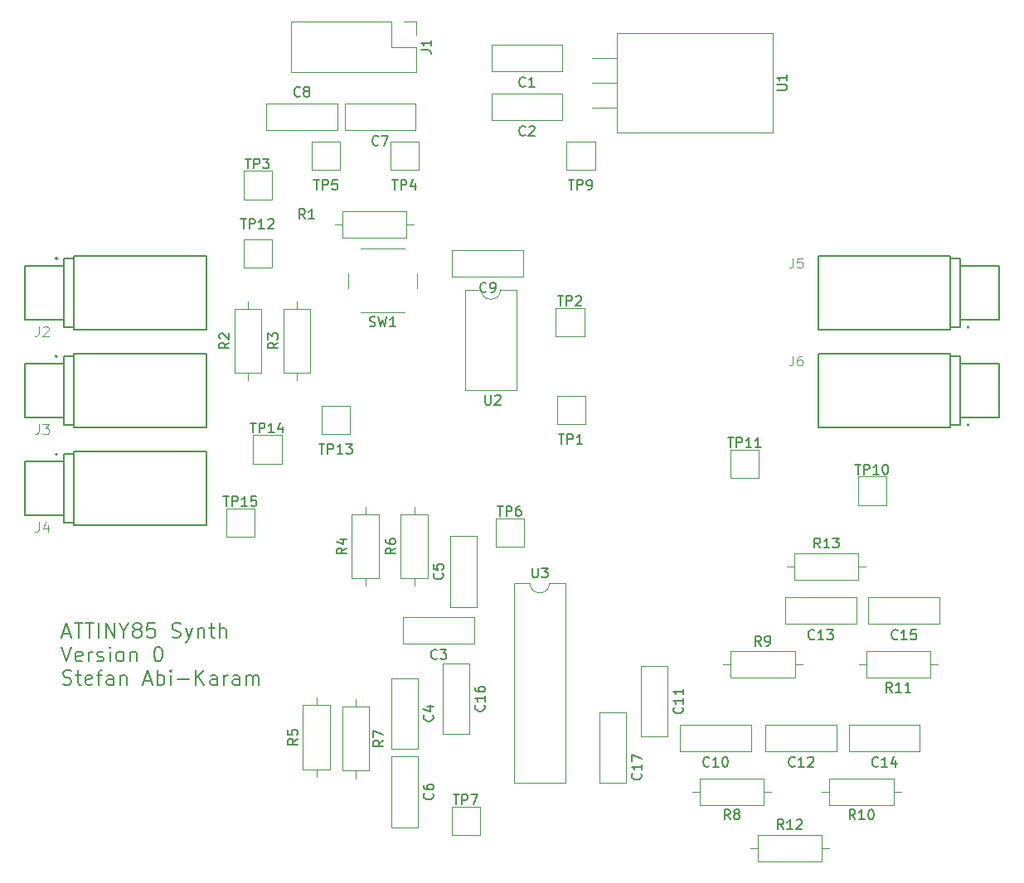
<source format=gto>
G04 #@! TF.GenerationSoftware,KiCad,Pcbnew,(5.1.9)-1*
G04 #@! TF.CreationDate,2021-05-12T03:30:49-04:00*
G04 #@! TF.ProjectId,attiny_synth,61747469-6e79-45f7-9379-6e74682e6b69,rev?*
G04 #@! TF.SameCoordinates,Original*
G04 #@! TF.FileFunction,Legend,Top*
G04 #@! TF.FilePolarity,Positive*
%FSLAX46Y46*%
G04 Gerber Fmt 4.6, Leading zero omitted, Abs format (unit mm)*
G04 Created by KiCad (PCBNEW (5.1.9)-1) date 2021-05-12 03:30:49*
%MOMM*%
%LPD*%
G01*
G04 APERTURE LIST*
%ADD10C,0.150000*%
%ADD11C,0.120000*%
%ADD12C,0.200000*%
%ADD13C,0.127000*%
%ADD14C,0.015000*%
%ADD15C,1.600000*%
%ADD16C,0.900000*%
%ADD17C,8.600000*%
%ADD18O,1.600000X1.600000*%
%ADD19R,1.600000X1.600000*%
%ADD20O,2.000000X1.905000*%
%ADD21R,2.000000X1.905000*%
%ADD22O,3.500000X3.500000*%
%ADD23R,2.500000X2.500000*%
%ADD24C,2.000000*%
%ADD25O,1.800000X3.600000*%
%ADD26O,1.700000X1.700000*%
%ADD27R,1.700000X1.700000*%
G04 APERTURE END LIST*
D10*
X89133214Y-111850000D02*
X89847500Y-111850000D01*
X88990357Y-112278571D02*
X89490357Y-110778571D01*
X89990357Y-112278571D01*
X90276071Y-110778571D02*
X91133214Y-110778571D01*
X90704642Y-112278571D02*
X90704642Y-110778571D01*
X91418928Y-110778571D02*
X92276071Y-110778571D01*
X91847500Y-112278571D02*
X91847500Y-110778571D01*
X92776071Y-112278571D02*
X92776071Y-110778571D01*
X93490357Y-112278571D02*
X93490357Y-110778571D01*
X94347500Y-112278571D01*
X94347500Y-110778571D01*
X95347500Y-111564285D02*
X95347500Y-112278571D01*
X94847500Y-110778571D02*
X95347500Y-111564285D01*
X95847500Y-110778571D01*
X96561785Y-111421428D02*
X96418928Y-111350000D01*
X96347500Y-111278571D01*
X96276071Y-111135714D01*
X96276071Y-111064285D01*
X96347500Y-110921428D01*
X96418928Y-110850000D01*
X96561785Y-110778571D01*
X96847500Y-110778571D01*
X96990357Y-110850000D01*
X97061785Y-110921428D01*
X97133214Y-111064285D01*
X97133214Y-111135714D01*
X97061785Y-111278571D01*
X96990357Y-111350000D01*
X96847500Y-111421428D01*
X96561785Y-111421428D01*
X96418928Y-111492857D01*
X96347500Y-111564285D01*
X96276071Y-111707142D01*
X96276071Y-111992857D01*
X96347500Y-112135714D01*
X96418928Y-112207142D01*
X96561785Y-112278571D01*
X96847500Y-112278571D01*
X96990357Y-112207142D01*
X97061785Y-112135714D01*
X97133214Y-111992857D01*
X97133214Y-111707142D01*
X97061785Y-111564285D01*
X96990357Y-111492857D01*
X96847500Y-111421428D01*
X98490357Y-110778571D02*
X97776071Y-110778571D01*
X97704642Y-111492857D01*
X97776071Y-111421428D01*
X97918928Y-111350000D01*
X98276071Y-111350000D01*
X98418928Y-111421428D01*
X98490357Y-111492857D01*
X98561785Y-111635714D01*
X98561785Y-111992857D01*
X98490357Y-112135714D01*
X98418928Y-112207142D01*
X98276071Y-112278571D01*
X97918928Y-112278571D01*
X97776071Y-112207142D01*
X97704642Y-112135714D01*
X100276071Y-112207142D02*
X100490357Y-112278571D01*
X100847500Y-112278571D01*
X100990357Y-112207142D01*
X101061785Y-112135714D01*
X101133214Y-111992857D01*
X101133214Y-111850000D01*
X101061785Y-111707142D01*
X100990357Y-111635714D01*
X100847500Y-111564285D01*
X100561785Y-111492857D01*
X100418928Y-111421428D01*
X100347500Y-111350000D01*
X100276071Y-111207142D01*
X100276071Y-111064285D01*
X100347500Y-110921428D01*
X100418928Y-110850000D01*
X100561785Y-110778571D01*
X100918928Y-110778571D01*
X101133214Y-110850000D01*
X101633214Y-111278571D02*
X101990357Y-112278571D01*
X102347500Y-111278571D02*
X101990357Y-112278571D01*
X101847500Y-112635714D01*
X101776071Y-112707142D01*
X101633214Y-112778571D01*
X102918928Y-111278571D02*
X102918928Y-112278571D01*
X102918928Y-111421428D02*
X102990357Y-111350000D01*
X103133214Y-111278571D01*
X103347500Y-111278571D01*
X103490357Y-111350000D01*
X103561785Y-111492857D01*
X103561785Y-112278571D01*
X104061785Y-111278571D02*
X104633214Y-111278571D01*
X104276071Y-110778571D02*
X104276071Y-112064285D01*
X104347500Y-112207142D01*
X104490357Y-112278571D01*
X104633214Y-112278571D01*
X105133214Y-112278571D02*
X105133214Y-110778571D01*
X105776071Y-112278571D02*
X105776071Y-111492857D01*
X105704642Y-111350000D01*
X105561785Y-111278571D01*
X105347500Y-111278571D01*
X105204642Y-111350000D01*
X105133214Y-111421428D01*
X88990357Y-113178571D02*
X89490357Y-114678571D01*
X89990357Y-113178571D01*
X91061785Y-114607142D02*
X90918928Y-114678571D01*
X90633214Y-114678571D01*
X90490357Y-114607142D01*
X90418928Y-114464285D01*
X90418928Y-113892857D01*
X90490357Y-113750000D01*
X90633214Y-113678571D01*
X90918928Y-113678571D01*
X91061785Y-113750000D01*
X91133214Y-113892857D01*
X91133214Y-114035714D01*
X90418928Y-114178571D01*
X91776071Y-114678571D02*
X91776071Y-113678571D01*
X91776071Y-113964285D02*
X91847500Y-113821428D01*
X91918928Y-113750000D01*
X92061785Y-113678571D01*
X92204642Y-113678571D01*
X92633214Y-114607142D02*
X92776071Y-114678571D01*
X93061785Y-114678571D01*
X93204642Y-114607142D01*
X93276071Y-114464285D01*
X93276071Y-114392857D01*
X93204642Y-114250000D01*
X93061785Y-114178571D01*
X92847500Y-114178571D01*
X92704642Y-114107142D01*
X92633214Y-113964285D01*
X92633214Y-113892857D01*
X92704642Y-113750000D01*
X92847500Y-113678571D01*
X93061785Y-113678571D01*
X93204642Y-113750000D01*
X93918928Y-114678571D02*
X93918928Y-113678571D01*
X93918928Y-113178571D02*
X93847500Y-113250000D01*
X93918928Y-113321428D01*
X93990357Y-113250000D01*
X93918928Y-113178571D01*
X93918928Y-113321428D01*
X94847500Y-114678571D02*
X94704642Y-114607142D01*
X94633214Y-114535714D01*
X94561785Y-114392857D01*
X94561785Y-113964285D01*
X94633214Y-113821428D01*
X94704642Y-113750000D01*
X94847500Y-113678571D01*
X95061785Y-113678571D01*
X95204642Y-113750000D01*
X95276071Y-113821428D01*
X95347500Y-113964285D01*
X95347500Y-114392857D01*
X95276071Y-114535714D01*
X95204642Y-114607142D01*
X95061785Y-114678571D01*
X94847500Y-114678571D01*
X95990357Y-113678571D02*
X95990357Y-114678571D01*
X95990357Y-113821428D02*
X96061785Y-113750000D01*
X96204642Y-113678571D01*
X96418928Y-113678571D01*
X96561785Y-113750000D01*
X96633214Y-113892857D01*
X96633214Y-114678571D01*
X98776071Y-113178571D02*
X98918928Y-113178571D01*
X99061785Y-113250000D01*
X99133214Y-113321428D01*
X99204642Y-113464285D01*
X99276071Y-113750000D01*
X99276071Y-114107142D01*
X99204642Y-114392857D01*
X99133214Y-114535714D01*
X99061785Y-114607142D01*
X98918928Y-114678571D01*
X98776071Y-114678571D01*
X98633214Y-114607142D01*
X98561785Y-114535714D01*
X98490357Y-114392857D01*
X98418928Y-114107142D01*
X98418928Y-113750000D01*
X98490357Y-113464285D01*
X98561785Y-113321428D01*
X98633214Y-113250000D01*
X98776071Y-113178571D01*
X89133214Y-117007142D02*
X89347500Y-117078571D01*
X89704642Y-117078571D01*
X89847500Y-117007142D01*
X89918928Y-116935714D01*
X89990357Y-116792857D01*
X89990357Y-116650000D01*
X89918928Y-116507142D01*
X89847500Y-116435714D01*
X89704642Y-116364285D01*
X89418928Y-116292857D01*
X89276071Y-116221428D01*
X89204642Y-116150000D01*
X89133214Y-116007142D01*
X89133214Y-115864285D01*
X89204642Y-115721428D01*
X89276071Y-115650000D01*
X89418928Y-115578571D01*
X89776071Y-115578571D01*
X89990357Y-115650000D01*
X90418928Y-116078571D02*
X90990357Y-116078571D01*
X90633214Y-115578571D02*
X90633214Y-116864285D01*
X90704642Y-117007142D01*
X90847500Y-117078571D01*
X90990357Y-117078571D01*
X92061785Y-117007142D02*
X91918928Y-117078571D01*
X91633214Y-117078571D01*
X91490357Y-117007142D01*
X91418928Y-116864285D01*
X91418928Y-116292857D01*
X91490357Y-116150000D01*
X91633214Y-116078571D01*
X91918928Y-116078571D01*
X92061785Y-116150000D01*
X92133214Y-116292857D01*
X92133214Y-116435714D01*
X91418928Y-116578571D01*
X92561785Y-116078571D02*
X93133214Y-116078571D01*
X92776071Y-117078571D02*
X92776071Y-115792857D01*
X92847500Y-115650000D01*
X92990357Y-115578571D01*
X93133214Y-115578571D01*
X94276071Y-117078571D02*
X94276071Y-116292857D01*
X94204642Y-116150000D01*
X94061785Y-116078571D01*
X93776071Y-116078571D01*
X93633214Y-116150000D01*
X94276071Y-117007142D02*
X94133214Y-117078571D01*
X93776071Y-117078571D01*
X93633214Y-117007142D01*
X93561785Y-116864285D01*
X93561785Y-116721428D01*
X93633214Y-116578571D01*
X93776071Y-116507142D01*
X94133214Y-116507142D01*
X94276071Y-116435714D01*
X94990357Y-116078571D02*
X94990357Y-117078571D01*
X94990357Y-116221428D02*
X95061785Y-116150000D01*
X95204642Y-116078571D01*
X95418928Y-116078571D01*
X95561785Y-116150000D01*
X95633214Y-116292857D01*
X95633214Y-117078571D01*
X97418928Y-116650000D02*
X98133214Y-116650000D01*
X97276071Y-117078571D02*
X97776071Y-115578571D01*
X98276071Y-117078571D01*
X98776071Y-117078571D02*
X98776071Y-115578571D01*
X98776071Y-116150000D02*
X98918928Y-116078571D01*
X99204642Y-116078571D01*
X99347500Y-116150000D01*
X99418928Y-116221428D01*
X99490357Y-116364285D01*
X99490357Y-116792857D01*
X99418928Y-116935714D01*
X99347500Y-117007142D01*
X99204642Y-117078571D01*
X98918928Y-117078571D01*
X98776071Y-117007142D01*
X100133214Y-117078571D02*
X100133214Y-116078571D01*
X100133214Y-115578571D02*
X100061785Y-115650000D01*
X100133214Y-115721428D01*
X100204642Y-115650000D01*
X100133214Y-115578571D01*
X100133214Y-115721428D01*
X100847500Y-116507142D02*
X101990357Y-116507142D01*
X102704642Y-117078571D02*
X102704642Y-115578571D01*
X103561785Y-117078571D02*
X102918928Y-116221428D01*
X103561785Y-115578571D02*
X102704642Y-116435714D01*
X104847500Y-117078571D02*
X104847500Y-116292857D01*
X104776071Y-116150000D01*
X104633214Y-116078571D01*
X104347500Y-116078571D01*
X104204642Y-116150000D01*
X104847500Y-117007142D02*
X104704642Y-117078571D01*
X104347500Y-117078571D01*
X104204642Y-117007142D01*
X104133214Y-116864285D01*
X104133214Y-116721428D01*
X104204642Y-116578571D01*
X104347500Y-116507142D01*
X104704642Y-116507142D01*
X104847500Y-116435714D01*
X105561785Y-117078571D02*
X105561785Y-116078571D01*
X105561785Y-116364285D02*
X105633214Y-116221428D01*
X105704642Y-116150000D01*
X105847500Y-116078571D01*
X105990357Y-116078571D01*
X107133214Y-117078571D02*
X107133214Y-116292857D01*
X107061785Y-116150000D01*
X106918928Y-116078571D01*
X106633214Y-116078571D01*
X106490357Y-116150000D01*
X107133214Y-117007142D02*
X106990357Y-117078571D01*
X106633214Y-117078571D01*
X106490357Y-117007142D01*
X106418928Y-116864285D01*
X106418928Y-116721428D01*
X106490357Y-116578571D01*
X106633214Y-116507142D01*
X106990357Y-116507142D01*
X107133214Y-116435714D01*
X107847500Y-117078571D02*
X107847500Y-116078571D01*
X107847500Y-116221428D02*
X107918928Y-116150000D01*
X108061785Y-116078571D01*
X108276071Y-116078571D01*
X108418928Y-116150000D01*
X108490357Y-116292857D01*
X108490357Y-117078571D01*
X108490357Y-116292857D02*
X108561785Y-116150000D01*
X108704642Y-116078571D01*
X108918928Y-116078571D01*
X109061785Y-116150000D01*
X109133214Y-116292857D01*
X109133214Y-117078571D01*
D11*
X143880000Y-127120000D02*
X143880000Y-119880000D01*
X146620000Y-127120000D02*
X146620000Y-119880000D01*
X143880000Y-127120000D02*
X146620000Y-127120000D01*
X143880000Y-119880000D02*
X146620000Y-119880000D01*
X130620000Y-114880000D02*
X130620000Y-122120000D01*
X127880000Y-114880000D02*
X127880000Y-122120000D01*
X130620000Y-114880000D02*
X127880000Y-114880000D01*
X130620000Y-122120000D02*
X127880000Y-122120000D01*
X178620000Y-110870000D02*
X171380000Y-110870000D01*
X178620000Y-108130000D02*
X171380000Y-108130000D01*
X178620000Y-110870000D02*
X178620000Y-108130000D01*
X171380000Y-110870000D02*
X171380000Y-108130000D01*
X176620000Y-123870000D02*
X169380000Y-123870000D01*
X176620000Y-121130000D02*
X169380000Y-121130000D01*
X176620000Y-123870000D02*
X176620000Y-121130000D01*
X169380000Y-123870000D02*
X169380000Y-121130000D01*
X170120000Y-110870000D02*
X162880000Y-110870000D01*
X170120000Y-108130000D02*
X162880000Y-108130000D01*
X170120000Y-110870000D02*
X170120000Y-108130000D01*
X162880000Y-110870000D02*
X162880000Y-108130000D01*
X168120000Y-123870000D02*
X160880000Y-123870000D01*
X168120000Y-121130000D02*
X160880000Y-121130000D01*
X168120000Y-123870000D02*
X168120000Y-121130000D01*
X160880000Y-123870000D02*
X160880000Y-121130000D01*
X150870000Y-115130000D02*
X150870000Y-122370000D01*
X148130000Y-115130000D02*
X148130000Y-122370000D01*
X150870000Y-115130000D02*
X148130000Y-115130000D01*
X150870000Y-122370000D02*
X148130000Y-122370000D01*
X159370000Y-123870000D02*
X152130000Y-123870000D01*
X159370000Y-121130000D02*
X152130000Y-121130000D01*
X159370000Y-123870000D02*
X159370000Y-121130000D01*
X152130000Y-123870000D02*
X152130000Y-121130000D01*
X136120000Y-75370000D02*
X128880000Y-75370000D01*
X136120000Y-72630000D02*
X128880000Y-72630000D01*
X136120000Y-75370000D02*
X136120000Y-72630000D01*
X128880000Y-75370000D02*
X128880000Y-72630000D01*
X109880000Y-57630000D02*
X117120000Y-57630000D01*
X109880000Y-60370000D02*
X117120000Y-60370000D01*
X109880000Y-57630000D02*
X109880000Y-60370000D01*
X117120000Y-57630000D02*
X117120000Y-60370000D01*
X125120000Y-60370000D02*
X117880000Y-60370000D01*
X125120000Y-57630000D02*
X117880000Y-57630000D01*
X125120000Y-60370000D02*
X125120000Y-57630000D01*
X117880000Y-60370000D02*
X117880000Y-57630000D01*
X125370000Y-124380000D02*
X125370000Y-131620000D01*
X122630000Y-124380000D02*
X122630000Y-131620000D01*
X125370000Y-124380000D02*
X122630000Y-124380000D01*
X125370000Y-131620000D02*
X122630000Y-131620000D01*
X128630000Y-109120000D02*
X128630000Y-101880000D01*
X131370000Y-109120000D02*
X131370000Y-101880000D01*
X128630000Y-109120000D02*
X131370000Y-109120000D01*
X128630000Y-101880000D02*
X131370000Y-101880000D01*
X125370000Y-116380000D02*
X125370000Y-123620000D01*
X122630000Y-116380000D02*
X122630000Y-123620000D01*
X125370000Y-116380000D02*
X122630000Y-116380000D01*
X125370000Y-123620000D02*
X122630000Y-123620000D01*
X131120000Y-112870000D02*
X123880000Y-112870000D01*
X131120000Y-110130000D02*
X123880000Y-110130000D01*
X131120000Y-112870000D02*
X131120000Y-110130000D01*
X123880000Y-112870000D02*
X123880000Y-110130000D01*
X140120000Y-59370000D02*
X132880000Y-59370000D01*
X140120000Y-56630000D02*
X132880000Y-56630000D01*
X140120000Y-59370000D02*
X140120000Y-56630000D01*
X132880000Y-59370000D02*
X132880000Y-56630000D01*
X140120000Y-54370000D02*
X132880000Y-54370000D01*
X140120000Y-51630000D02*
X132880000Y-51630000D01*
X140120000Y-54370000D02*
X140120000Y-51630000D01*
X132880000Y-54370000D02*
X132880000Y-51630000D01*
X138810000Y-106670000D02*
G75*
G02*
X136810000Y-106670000I-1000000J0D01*
G01*
X136810000Y-106670000D02*
X135160000Y-106670000D01*
X135160000Y-106670000D02*
X135160000Y-127110000D01*
X135160000Y-127110000D02*
X140460000Y-127110000D01*
X140460000Y-127110000D02*
X140460000Y-106670000D01*
X140460000Y-106670000D02*
X138810000Y-106670000D01*
X133810000Y-76670000D02*
G75*
G02*
X131810000Y-76670000I-1000000J0D01*
G01*
X131810000Y-76670000D02*
X130160000Y-76670000D01*
X130160000Y-76670000D02*
X130160000Y-86950000D01*
X130160000Y-86950000D02*
X135460000Y-86950000D01*
X135460000Y-86950000D02*
X135460000Y-76670000D01*
X135460000Y-76670000D02*
X133810000Y-76670000D01*
X145690000Y-50420000D02*
X145690000Y-60660000D01*
X161580000Y-50420000D02*
X161580000Y-60660000D01*
X161580000Y-50420000D02*
X145690000Y-50420000D01*
X161580000Y-60660000D02*
X145690000Y-60660000D01*
X145690000Y-53000000D02*
X143150000Y-53000000D01*
X145690000Y-55540000D02*
X143150000Y-55540000D01*
X145690000Y-58080000D02*
X143150000Y-58080000D01*
X105800000Y-99050000D02*
X108700000Y-99050000D01*
X108700000Y-99050000D02*
X108700000Y-101950000D01*
X108700000Y-101950000D02*
X105800000Y-101950000D01*
X105800000Y-101950000D02*
X105800000Y-99050000D01*
X108550000Y-91550000D02*
X111450000Y-91550000D01*
X111450000Y-91550000D02*
X111450000Y-94450000D01*
X111450000Y-94450000D02*
X108550000Y-94450000D01*
X108550000Y-94450000D02*
X108550000Y-91550000D01*
X115550000Y-88550000D02*
X118450000Y-88550000D01*
X118450000Y-88550000D02*
X118450000Y-91450000D01*
X118450000Y-91450000D02*
X115550000Y-91450000D01*
X115550000Y-91450000D02*
X115550000Y-88550000D01*
X107550000Y-71550000D02*
X110450000Y-71550000D01*
X110450000Y-71550000D02*
X110450000Y-74450000D01*
X110450000Y-74450000D02*
X107550000Y-74450000D01*
X107550000Y-74450000D02*
X107550000Y-71550000D01*
X157300000Y-93050000D02*
X160200000Y-93050000D01*
X160200000Y-93050000D02*
X160200000Y-95950000D01*
X160200000Y-95950000D02*
X157300000Y-95950000D01*
X157300000Y-95950000D02*
X157300000Y-93050000D01*
X170300000Y-95800000D02*
X173200000Y-95800000D01*
X173200000Y-95800000D02*
X173200000Y-98700000D01*
X173200000Y-98700000D02*
X170300000Y-98700000D01*
X170300000Y-98700000D02*
X170300000Y-95800000D01*
X140550000Y-61550000D02*
X143450000Y-61550000D01*
X143450000Y-61550000D02*
X143450000Y-64450000D01*
X143450000Y-64450000D02*
X140550000Y-64450000D01*
X140550000Y-64450000D02*
X140550000Y-61550000D01*
X128800000Y-129550000D02*
X131700000Y-129550000D01*
X131700000Y-129550000D02*
X131700000Y-132450000D01*
X131700000Y-132450000D02*
X128800000Y-132450000D01*
X128800000Y-132450000D02*
X128800000Y-129550000D01*
X133300000Y-100050000D02*
X136200000Y-100050000D01*
X136200000Y-100050000D02*
X136200000Y-102950000D01*
X136200000Y-102950000D02*
X133300000Y-102950000D01*
X133300000Y-102950000D02*
X133300000Y-100050000D01*
X114550000Y-61550000D02*
X117450000Y-61550000D01*
X117450000Y-61550000D02*
X117450000Y-64450000D01*
X117450000Y-64450000D02*
X114550000Y-64450000D01*
X114550000Y-64450000D02*
X114550000Y-61550000D01*
X122550000Y-61550000D02*
X125450000Y-61550000D01*
X125450000Y-61550000D02*
X125450000Y-64450000D01*
X125450000Y-64450000D02*
X122550000Y-64450000D01*
X122550000Y-64450000D02*
X122550000Y-61550000D01*
X107550000Y-64550000D02*
X110450000Y-64550000D01*
X110450000Y-64550000D02*
X110450000Y-67450000D01*
X110450000Y-67450000D02*
X107550000Y-67450000D01*
X107550000Y-67450000D02*
X107550000Y-64550000D01*
X139450000Y-78550000D02*
X142350000Y-78550000D01*
X142350000Y-78550000D02*
X142350000Y-81450000D01*
X142350000Y-81450000D02*
X139450000Y-81450000D01*
X139450000Y-81450000D02*
X139450000Y-78550000D01*
X139550000Y-87550000D02*
X142450000Y-87550000D01*
X142450000Y-87550000D02*
X142450000Y-90450000D01*
X142450000Y-90450000D02*
X139550000Y-90450000D01*
X139550000Y-90450000D02*
X139550000Y-87550000D01*
X124000000Y-72500000D02*
X119500000Y-72500000D01*
X125250000Y-76500000D02*
X125250000Y-75000000D01*
X119500000Y-79000000D02*
X124000000Y-79000000D01*
X118250000Y-75000000D02*
X118250000Y-76500000D01*
X163810000Y-103630000D02*
X163810000Y-106370000D01*
X163810000Y-106370000D02*
X170350000Y-106370000D01*
X170350000Y-106370000D02*
X170350000Y-103630000D01*
X170350000Y-103630000D02*
X163810000Y-103630000D01*
X163040000Y-105000000D02*
X163810000Y-105000000D01*
X171120000Y-105000000D02*
X170350000Y-105000000D01*
X160060000Y-132380000D02*
X160060000Y-135120000D01*
X160060000Y-135120000D02*
X166600000Y-135120000D01*
X166600000Y-135120000D02*
X166600000Y-132380000D01*
X166600000Y-132380000D02*
X160060000Y-132380000D01*
X159290000Y-133750000D02*
X160060000Y-133750000D01*
X167370000Y-133750000D02*
X166600000Y-133750000D01*
X177690000Y-116370000D02*
X177690000Y-113630000D01*
X177690000Y-113630000D02*
X171150000Y-113630000D01*
X171150000Y-113630000D02*
X171150000Y-116370000D01*
X171150000Y-116370000D02*
X177690000Y-116370000D01*
X178460000Y-115000000D02*
X177690000Y-115000000D01*
X170380000Y-115000000D02*
X171150000Y-115000000D01*
X173940000Y-129370000D02*
X173940000Y-126630000D01*
X173940000Y-126630000D02*
X167400000Y-126630000D01*
X167400000Y-126630000D02*
X167400000Y-129370000D01*
X167400000Y-129370000D02*
X173940000Y-129370000D01*
X174710000Y-128000000D02*
X173940000Y-128000000D01*
X166630000Y-128000000D02*
X167400000Y-128000000D01*
X157310000Y-113630000D02*
X157310000Y-116370000D01*
X157310000Y-116370000D02*
X163850000Y-116370000D01*
X163850000Y-116370000D02*
X163850000Y-113630000D01*
X163850000Y-113630000D02*
X157310000Y-113630000D01*
X156540000Y-115000000D02*
X157310000Y-115000000D01*
X164620000Y-115000000D02*
X163850000Y-115000000D01*
X160690000Y-129370000D02*
X160690000Y-126630000D01*
X160690000Y-126630000D02*
X154150000Y-126630000D01*
X154150000Y-126630000D02*
X154150000Y-129370000D01*
X154150000Y-129370000D02*
X160690000Y-129370000D01*
X161460000Y-128000000D02*
X160690000Y-128000000D01*
X153380000Y-128000000D02*
X154150000Y-128000000D01*
X120370000Y-119310000D02*
X117630000Y-119310000D01*
X117630000Y-119310000D02*
X117630000Y-125850000D01*
X117630000Y-125850000D02*
X120370000Y-125850000D01*
X120370000Y-125850000D02*
X120370000Y-119310000D01*
X119000000Y-118540000D02*
X119000000Y-119310000D01*
X119000000Y-126620000D02*
X119000000Y-125850000D01*
X123630000Y-106190000D02*
X126370000Y-106190000D01*
X126370000Y-106190000D02*
X126370000Y-99650000D01*
X126370000Y-99650000D02*
X123630000Y-99650000D01*
X123630000Y-99650000D02*
X123630000Y-106190000D01*
X125000000Y-106960000D02*
X125000000Y-106190000D01*
X125000000Y-98880000D02*
X125000000Y-99650000D01*
X113630000Y-125690000D02*
X116370000Y-125690000D01*
X116370000Y-125690000D02*
X116370000Y-119150000D01*
X116370000Y-119150000D02*
X113630000Y-119150000D01*
X113630000Y-119150000D02*
X113630000Y-125690000D01*
X115000000Y-126460000D02*
X115000000Y-125690000D01*
X115000000Y-118380000D02*
X115000000Y-119150000D01*
X118630000Y-106190000D02*
X121370000Y-106190000D01*
X121370000Y-106190000D02*
X121370000Y-99650000D01*
X121370000Y-99650000D02*
X118630000Y-99650000D01*
X118630000Y-99650000D02*
X118630000Y-106190000D01*
X120000000Y-106960000D02*
X120000000Y-106190000D01*
X120000000Y-98880000D02*
X120000000Y-99650000D01*
X111630000Y-85190000D02*
X114370000Y-85190000D01*
X114370000Y-85190000D02*
X114370000Y-78650000D01*
X114370000Y-78650000D02*
X111630000Y-78650000D01*
X111630000Y-78650000D02*
X111630000Y-85190000D01*
X113000000Y-85960000D02*
X113000000Y-85190000D01*
X113000000Y-77880000D02*
X113000000Y-78650000D01*
X106630000Y-85190000D02*
X109370000Y-85190000D01*
X109370000Y-85190000D02*
X109370000Y-78650000D01*
X109370000Y-78650000D02*
X106630000Y-78650000D01*
X106630000Y-78650000D02*
X106630000Y-85190000D01*
X108000000Y-85960000D02*
X108000000Y-85190000D01*
X108000000Y-77880000D02*
X108000000Y-78650000D01*
X124190000Y-71370000D02*
X124190000Y-68630000D01*
X124190000Y-68630000D02*
X117650000Y-68630000D01*
X117650000Y-68630000D02*
X117650000Y-71370000D01*
X117650000Y-71370000D02*
X124190000Y-71370000D01*
X124960000Y-70000000D02*
X124190000Y-70000000D01*
X116880000Y-70000000D02*
X117650000Y-70000000D01*
D12*
X181650000Y-90500000D02*
G75*
G03*
X181650000Y-90500000I-100000J0D01*
G01*
D13*
X184750000Y-84250000D02*
X180750000Y-84250000D01*
X184750000Y-89750000D02*
X184750000Y-84250000D01*
X180750000Y-89750000D02*
X184750000Y-89750000D01*
X180750000Y-83500000D02*
X179750000Y-83500000D01*
X180750000Y-84250000D02*
X180750000Y-83500000D01*
X180750000Y-89750000D02*
X180750000Y-84250000D01*
X180750000Y-90500000D02*
X180750000Y-89750000D01*
X179750000Y-90500000D02*
X180750000Y-90500000D01*
X179750000Y-90500000D02*
X179750000Y-90750000D01*
X179750000Y-83500000D02*
X179750000Y-90500000D01*
X179750000Y-83250000D02*
X179750000Y-83500000D01*
X166250000Y-83250000D02*
X179750000Y-83250000D01*
X166250000Y-90750000D02*
X166250000Y-83250000D01*
X179750000Y-90750000D02*
X166250000Y-90750000D01*
D12*
X181650000Y-80500000D02*
G75*
G03*
X181650000Y-80500000I-100000J0D01*
G01*
D13*
X184750000Y-74250000D02*
X180750000Y-74250000D01*
X184750000Y-79750000D02*
X184750000Y-74250000D01*
X180750000Y-79750000D02*
X184750000Y-79750000D01*
X180750000Y-73500000D02*
X179750000Y-73500000D01*
X180750000Y-74250000D02*
X180750000Y-73500000D01*
X180750000Y-79750000D02*
X180750000Y-74250000D01*
X180750000Y-80500000D02*
X180750000Y-79750000D01*
X179750000Y-80500000D02*
X180750000Y-80500000D01*
X179750000Y-80500000D02*
X179750000Y-80750000D01*
X179750000Y-73500000D02*
X179750000Y-80500000D01*
X179750000Y-73250000D02*
X179750000Y-73500000D01*
X166250000Y-73250000D02*
X179750000Y-73250000D01*
X166250000Y-80750000D02*
X166250000Y-73250000D01*
X179750000Y-80750000D02*
X166250000Y-80750000D01*
D12*
X88550000Y-93500000D02*
G75*
G03*
X88550000Y-93500000I-100000J0D01*
G01*
D13*
X85250000Y-99750000D02*
X89250000Y-99750000D01*
X85250000Y-94250000D02*
X85250000Y-99750000D01*
X89250000Y-94250000D02*
X85250000Y-94250000D01*
X89250000Y-100500000D02*
X90250000Y-100500000D01*
X89250000Y-99750000D02*
X89250000Y-100500000D01*
X89250000Y-94250000D02*
X89250000Y-99750000D01*
X89250000Y-93500000D02*
X89250000Y-94250000D01*
X90250000Y-93500000D02*
X89250000Y-93500000D01*
X90250000Y-93500000D02*
X90250000Y-93250000D01*
X90250000Y-100500000D02*
X90250000Y-93500000D01*
X90250000Y-100750000D02*
X90250000Y-100500000D01*
X103750000Y-100750000D02*
X90250000Y-100750000D01*
X103750000Y-93250000D02*
X103750000Y-100750000D01*
X90250000Y-93250000D02*
X103750000Y-93250000D01*
D12*
X88550000Y-83500000D02*
G75*
G03*
X88550000Y-83500000I-100000J0D01*
G01*
D13*
X85250000Y-89750000D02*
X89250000Y-89750000D01*
X85250000Y-84250000D02*
X85250000Y-89750000D01*
X89250000Y-84250000D02*
X85250000Y-84250000D01*
X89250000Y-90500000D02*
X90250000Y-90500000D01*
X89250000Y-89750000D02*
X89250000Y-90500000D01*
X89250000Y-84250000D02*
X89250000Y-89750000D01*
X89250000Y-83500000D02*
X89250000Y-84250000D01*
X90250000Y-83500000D02*
X89250000Y-83500000D01*
X90250000Y-83500000D02*
X90250000Y-83250000D01*
X90250000Y-90500000D02*
X90250000Y-83500000D01*
X90250000Y-90750000D02*
X90250000Y-90500000D01*
X103750000Y-90750000D02*
X90250000Y-90750000D01*
X103750000Y-83250000D02*
X103750000Y-90750000D01*
X90250000Y-83250000D02*
X103750000Y-83250000D01*
D12*
X88550000Y-73500000D02*
G75*
G03*
X88550000Y-73500000I-100000J0D01*
G01*
D13*
X85250000Y-79750000D02*
X89250000Y-79750000D01*
X85250000Y-74250000D02*
X85250000Y-79750000D01*
X89250000Y-74250000D02*
X85250000Y-74250000D01*
X89250000Y-80500000D02*
X90250000Y-80500000D01*
X89250000Y-79750000D02*
X89250000Y-80500000D01*
X89250000Y-74250000D02*
X89250000Y-79750000D01*
X89250000Y-73500000D02*
X89250000Y-74250000D01*
X90250000Y-73500000D02*
X89250000Y-73500000D01*
X90250000Y-73500000D02*
X90250000Y-73250000D01*
X90250000Y-80500000D02*
X90250000Y-73500000D01*
X90250000Y-80750000D02*
X90250000Y-80500000D01*
X103750000Y-80750000D02*
X90250000Y-80750000D01*
X103750000Y-73250000D02*
X103750000Y-80750000D01*
X90250000Y-73250000D02*
X103750000Y-73250000D01*
D11*
X112420000Y-49260000D02*
X112420000Y-54460000D01*
X122640000Y-49260000D02*
X112420000Y-49260000D01*
X125240000Y-54460000D02*
X112420000Y-54460000D01*
X122640000Y-49260000D02*
X122640000Y-51860000D01*
X122640000Y-51860000D02*
X125240000Y-51860000D01*
X125240000Y-51860000D02*
X125240000Y-54460000D01*
X123910000Y-49260000D02*
X125240000Y-49260000D01*
X125240000Y-49260000D02*
X125240000Y-50590000D01*
D10*
X148107142Y-126142857D02*
X148154761Y-126190476D01*
X148202380Y-126333333D01*
X148202380Y-126428571D01*
X148154761Y-126571428D01*
X148059523Y-126666666D01*
X147964285Y-126714285D01*
X147773809Y-126761904D01*
X147630952Y-126761904D01*
X147440476Y-126714285D01*
X147345238Y-126666666D01*
X147250000Y-126571428D01*
X147202380Y-126428571D01*
X147202380Y-126333333D01*
X147250000Y-126190476D01*
X147297619Y-126142857D01*
X148202380Y-125190476D02*
X148202380Y-125761904D01*
X148202380Y-125476190D02*
X147202380Y-125476190D01*
X147345238Y-125571428D01*
X147440476Y-125666666D01*
X147488095Y-125761904D01*
X147202380Y-124857142D02*
X147202380Y-124190476D01*
X148202380Y-124619047D01*
X132107142Y-119142857D02*
X132154761Y-119190476D01*
X132202380Y-119333333D01*
X132202380Y-119428571D01*
X132154761Y-119571428D01*
X132059523Y-119666666D01*
X131964285Y-119714285D01*
X131773809Y-119761904D01*
X131630952Y-119761904D01*
X131440476Y-119714285D01*
X131345238Y-119666666D01*
X131250000Y-119571428D01*
X131202380Y-119428571D01*
X131202380Y-119333333D01*
X131250000Y-119190476D01*
X131297619Y-119142857D01*
X132202380Y-118190476D02*
X132202380Y-118761904D01*
X132202380Y-118476190D02*
X131202380Y-118476190D01*
X131345238Y-118571428D01*
X131440476Y-118666666D01*
X131488095Y-118761904D01*
X131202380Y-117333333D02*
X131202380Y-117523809D01*
X131250000Y-117619047D01*
X131297619Y-117666666D01*
X131440476Y-117761904D01*
X131630952Y-117809523D01*
X132011904Y-117809523D01*
X132107142Y-117761904D01*
X132154761Y-117714285D01*
X132202380Y-117619047D01*
X132202380Y-117428571D01*
X132154761Y-117333333D01*
X132107142Y-117285714D01*
X132011904Y-117238095D01*
X131773809Y-117238095D01*
X131678571Y-117285714D01*
X131630952Y-117333333D01*
X131583333Y-117428571D01*
X131583333Y-117619047D01*
X131630952Y-117714285D01*
X131678571Y-117761904D01*
X131773809Y-117809523D01*
X174357142Y-112357142D02*
X174309523Y-112404761D01*
X174166666Y-112452380D01*
X174071428Y-112452380D01*
X173928571Y-112404761D01*
X173833333Y-112309523D01*
X173785714Y-112214285D01*
X173738095Y-112023809D01*
X173738095Y-111880952D01*
X173785714Y-111690476D01*
X173833333Y-111595238D01*
X173928571Y-111500000D01*
X174071428Y-111452380D01*
X174166666Y-111452380D01*
X174309523Y-111500000D01*
X174357142Y-111547619D01*
X175309523Y-112452380D02*
X174738095Y-112452380D01*
X175023809Y-112452380D02*
X175023809Y-111452380D01*
X174928571Y-111595238D01*
X174833333Y-111690476D01*
X174738095Y-111738095D01*
X176214285Y-111452380D02*
X175738095Y-111452380D01*
X175690476Y-111928571D01*
X175738095Y-111880952D01*
X175833333Y-111833333D01*
X176071428Y-111833333D01*
X176166666Y-111880952D01*
X176214285Y-111928571D01*
X176261904Y-112023809D01*
X176261904Y-112261904D01*
X176214285Y-112357142D01*
X176166666Y-112404761D01*
X176071428Y-112452380D01*
X175833333Y-112452380D01*
X175738095Y-112404761D01*
X175690476Y-112357142D01*
X172357142Y-125357142D02*
X172309523Y-125404761D01*
X172166666Y-125452380D01*
X172071428Y-125452380D01*
X171928571Y-125404761D01*
X171833333Y-125309523D01*
X171785714Y-125214285D01*
X171738095Y-125023809D01*
X171738095Y-124880952D01*
X171785714Y-124690476D01*
X171833333Y-124595238D01*
X171928571Y-124500000D01*
X172071428Y-124452380D01*
X172166666Y-124452380D01*
X172309523Y-124500000D01*
X172357142Y-124547619D01*
X173309523Y-125452380D02*
X172738095Y-125452380D01*
X173023809Y-125452380D02*
X173023809Y-124452380D01*
X172928571Y-124595238D01*
X172833333Y-124690476D01*
X172738095Y-124738095D01*
X174166666Y-124785714D02*
X174166666Y-125452380D01*
X173928571Y-124404761D02*
X173690476Y-125119047D01*
X174309523Y-125119047D01*
X165857142Y-112357142D02*
X165809523Y-112404761D01*
X165666666Y-112452380D01*
X165571428Y-112452380D01*
X165428571Y-112404761D01*
X165333333Y-112309523D01*
X165285714Y-112214285D01*
X165238095Y-112023809D01*
X165238095Y-111880952D01*
X165285714Y-111690476D01*
X165333333Y-111595238D01*
X165428571Y-111500000D01*
X165571428Y-111452380D01*
X165666666Y-111452380D01*
X165809523Y-111500000D01*
X165857142Y-111547619D01*
X166809523Y-112452380D02*
X166238095Y-112452380D01*
X166523809Y-112452380D02*
X166523809Y-111452380D01*
X166428571Y-111595238D01*
X166333333Y-111690476D01*
X166238095Y-111738095D01*
X167142857Y-111452380D02*
X167761904Y-111452380D01*
X167428571Y-111833333D01*
X167571428Y-111833333D01*
X167666666Y-111880952D01*
X167714285Y-111928571D01*
X167761904Y-112023809D01*
X167761904Y-112261904D01*
X167714285Y-112357142D01*
X167666666Y-112404761D01*
X167571428Y-112452380D01*
X167285714Y-112452380D01*
X167190476Y-112404761D01*
X167142857Y-112357142D01*
X163857142Y-125357142D02*
X163809523Y-125404761D01*
X163666666Y-125452380D01*
X163571428Y-125452380D01*
X163428571Y-125404761D01*
X163333333Y-125309523D01*
X163285714Y-125214285D01*
X163238095Y-125023809D01*
X163238095Y-124880952D01*
X163285714Y-124690476D01*
X163333333Y-124595238D01*
X163428571Y-124500000D01*
X163571428Y-124452380D01*
X163666666Y-124452380D01*
X163809523Y-124500000D01*
X163857142Y-124547619D01*
X164809523Y-125452380D02*
X164238095Y-125452380D01*
X164523809Y-125452380D02*
X164523809Y-124452380D01*
X164428571Y-124595238D01*
X164333333Y-124690476D01*
X164238095Y-124738095D01*
X165190476Y-124547619D02*
X165238095Y-124500000D01*
X165333333Y-124452380D01*
X165571428Y-124452380D01*
X165666666Y-124500000D01*
X165714285Y-124547619D01*
X165761904Y-124642857D01*
X165761904Y-124738095D01*
X165714285Y-124880952D01*
X165142857Y-125452380D01*
X165761904Y-125452380D01*
X152357142Y-119392857D02*
X152404761Y-119440476D01*
X152452380Y-119583333D01*
X152452380Y-119678571D01*
X152404761Y-119821428D01*
X152309523Y-119916666D01*
X152214285Y-119964285D01*
X152023809Y-120011904D01*
X151880952Y-120011904D01*
X151690476Y-119964285D01*
X151595238Y-119916666D01*
X151500000Y-119821428D01*
X151452380Y-119678571D01*
X151452380Y-119583333D01*
X151500000Y-119440476D01*
X151547619Y-119392857D01*
X152452380Y-118440476D02*
X152452380Y-119011904D01*
X152452380Y-118726190D02*
X151452380Y-118726190D01*
X151595238Y-118821428D01*
X151690476Y-118916666D01*
X151738095Y-119011904D01*
X152452380Y-117488095D02*
X152452380Y-118059523D01*
X152452380Y-117773809D02*
X151452380Y-117773809D01*
X151595238Y-117869047D01*
X151690476Y-117964285D01*
X151738095Y-118059523D01*
X155107142Y-125357142D02*
X155059523Y-125404761D01*
X154916666Y-125452380D01*
X154821428Y-125452380D01*
X154678571Y-125404761D01*
X154583333Y-125309523D01*
X154535714Y-125214285D01*
X154488095Y-125023809D01*
X154488095Y-124880952D01*
X154535714Y-124690476D01*
X154583333Y-124595238D01*
X154678571Y-124500000D01*
X154821428Y-124452380D01*
X154916666Y-124452380D01*
X155059523Y-124500000D01*
X155107142Y-124547619D01*
X156059523Y-125452380D02*
X155488095Y-125452380D01*
X155773809Y-125452380D02*
X155773809Y-124452380D01*
X155678571Y-124595238D01*
X155583333Y-124690476D01*
X155488095Y-124738095D01*
X156678571Y-124452380D02*
X156773809Y-124452380D01*
X156869047Y-124500000D01*
X156916666Y-124547619D01*
X156964285Y-124642857D01*
X157011904Y-124833333D01*
X157011904Y-125071428D01*
X156964285Y-125261904D01*
X156916666Y-125357142D01*
X156869047Y-125404761D01*
X156773809Y-125452380D01*
X156678571Y-125452380D01*
X156583333Y-125404761D01*
X156535714Y-125357142D01*
X156488095Y-125261904D01*
X156440476Y-125071428D01*
X156440476Y-124833333D01*
X156488095Y-124642857D01*
X156535714Y-124547619D01*
X156583333Y-124500000D01*
X156678571Y-124452380D01*
X132333333Y-76857142D02*
X132285714Y-76904761D01*
X132142857Y-76952380D01*
X132047619Y-76952380D01*
X131904761Y-76904761D01*
X131809523Y-76809523D01*
X131761904Y-76714285D01*
X131714285Y-76523809D01*
X131714285Y-76380952D01*
X131761904Y-76190476D01*
X131809523Y-76095238D01*
X131904761Y-76000000D01*
X132047619Y-75952380D01*
X132142857Y-75952380D01*
X132285714Y-76000000D01*
X132333333Y-76047619D01*
X132809523Y-76952380D02*
X133000000Y-76952380D01*
X133095238Y-76904761D01*
X133142857Y-76857142D01*
X133238095Y-76714285D01*
X133285714Y-76523809D01*
X133285714Y-76142857D01*
X133238095Y-76047619D01*
X133190476Y-76000000D01*
X133095238Y-75952380D01*
X132904761Y-75952380D01*
X132809523Y-76000000D01*
X132761904Y-76047619D01*
X132714285Y-76142857D01*
X132714285Y-76380952D01*
X132761904Y-76476190D01*
X132809523Y-76523809D01*
X132904761Y-76571428D01*
X133095238Y-76571428D01*
X133190476Y-76523809D01*
X133238095Y-76476190D01*
X133285714Y-76380952D01*
X113333333Y-56857142D02*
X113285714Y-56904761D01*
X113142857Y-56952380D01*
X113047619Y-56952380D01*
X112904761Y-56904761D01*
X112809523Y-56809523D01*
X112761904Y-56714285D01*
X112714285Y-56523809D01*
X112714285Y-56380952D01*
X112761904Y-56190476D01*
X112809523Y-56095238D01*
X112904761Y-56000000D01*
X113047619Y-55952380D01*
X113142857Y-55952380D01*
X113285714Y-56000000D01*
X113333333Y-56047619D01*
X113904761Y-56380952D02*
X113809523Y-56333333D01*
X113761904Y-56285714D01*
X113714285Y-56190476D01*
X113714285Y-56142857D01*
X113761904Y-56047619D01*
X113809523Y-56000000D01*
X113904761Y-55952380D01*
X114095238Y-55952380D01*
X114190476Y-56000000D01*
X114238095Y-56047619D01*
X114285714Y-56142857D01*
X114285714Y-56190476D01*
X114238095Y-56285714D01*
X114190476Y-56333333D01*
X114095238Y-56380952D01*
X113904761Y-56380952D01*
X113809523Y-56428571D01*
X113761904Y-56476190D01*
X113714285Y-56571428D01*
X113714285Y-56761904D01*
X113761904Y-56857142D01*
X113809523Y-56904761D01*
X113904761Y-56952380D01*
X114095238Y-56952380D01*
X114190476Y-56904761D01*
X114238095Y-56857142D01*
X114285714Y-56761904D01*
X114285714Y-56571428D01*
X114238095Y-56476190D01*
X114190476Y-56428571D01*
X114095238Y-56380952D01*
X121333333Y-61857142D02*
X121285714Y-61904761D01*
X121142857Y-61952380D01*
X121047619Y-61952380D01*
X120904761Y-61904761D01*
X120809523Y-61809523D01*
X120761904Y-61714285D01*
X120714285Y-61523809D01*
X120714285Y-61380952D01*
X120761904Y-61190476D01*
X120809523Y-61095238D01*
X120904761Y-61000000D01*
X121047619Y-60952380D01*
X121142857Y-60952380D01*
X121285714Y-61000000D01*
X121333333Y-61047619D01*
X121666666Y-60952380D02*
X122333333Y-60952380D01*
X121904761Y-61952380D01*
X126857142Y-128166666D02*
X126904761Y-128214285D01*
X126952380Y-128357142D01*
X126952380Y-128452380D01*
X126904761Y-128595238D01*
X126809523Y-128690476D01*
X126714285Y-128738095D01*
X126523809Y-128785714D01*
X126380952Y-128785714D01*
X126190476Y-128738095D01*
X126095238Y-128690476D01*
X126000000Y-128595238D01*
X125952380Y-128452380D01*
X125952380Y-128357142D01*
X126000000Y-128214285D01*
X126047619Y-128166666D01*
X125952380Y-127309523D02*
X125952380Y-127500000D01*
X126000000Y-127595238D01*
X126047619Y-127642857D01*
X126190476Y-127738095D01*
X126380952Y-127785714D01*
X126761904Y-127785714D01*
X126857142Y-127738095D01*
X126904761Y-127690476D01*
X126952380Y-127595238D01*
X126952380Y-127404761D01*
X126904761Y-127309523D01*
X126857142Y-127261904D01*
X126761904Y-127214285D01*
X126523809Y-127214285D01*
X126428571Y-127261904D01*
X126380952Y-127309523D01*
X126333333Y-127404761D01*
X126333333Y-127595238D01*
X126380952Y-127690476D01*
X126428571Y-127738095D01*
X126523809Y-127785714D01*
X127857142Y-105666666D02*
X127904761Y-105714285D01*
X127952380Y-105857142D01*
X127952380Y-105952380D01*
X127904761Y-106095238D01*
X127809523Y-106190476D01*
X127714285Y-106238095D01*
X127523809Y-106285714D01*
X127380952Y-106285714D01*
X127190476Y-106238095D01*
X127095238Y-106190476D01*
X127000000Y-106095238D01*
X126952380Y-105952380D01*
X126952380Y-105857142D01*
X127000000Y-105714285D01*
X127047619Y-105666666D01*
X126952380Y-104761904D02*
X126952380Y-105238095D01*
X127428571Y-105285714D01*
X127380952Y-105238095D01*
X127333333Y-105142857D01*
X127333333Y-104904761D01*
X127380952Y-104809523D01*
X127428571Y-104761904D01*
X127523809Y-104714285D01*
X127761904Y-104714285D01*
X127857142Y-104761904D01*
X127904761Y-104809523D01*
X127952380Y-104904761D01*
X127952380Y-105142857D01*
X127904761Y-105238095D01*
X127857142Y-105285714D01*
X126857142Y-120166666D02*
X126904761Y-120214285D01*
X126952380Y-120357142D01*
X126952380Y-120452380D01*
X126904761Y-120595238D01*
X126809523Y-120690476D01*
X126714285Y-120738095D01*
X126523809Y-120785714D01*
X126380952Y-120785714D01*
X126190476Y-120738095D01*
X126095238Y-120690476D01*
X126000000Y-120595238D01*
X125952380Y-120452380D01*
X125952380Y-120357142D01*
X126000000Y-120214285D01*
X126047619Y-120166666D01*
X126285714Y-119309523D02*
X126952380Y-119309523D01*
X125904761Y-119547619D02*
X126619047Y-119785714D01*
X126619047Y-119166666D01*
X127333333Y-114357142D02*
X127285714Y-114404761D01*
X127142857Y-114452380D01*
X127047619Y-114452380D01*
X126904761Y-114404761D01*
X126809523Y-114309523D01*
X126761904Y-114214285D01*
X126714285Y-114023809D01*
X126714285Y-113880952D01*
X126761904Y-113690476D01*
X126809523Y-113595238D01*
X126904761Y-113500000D01*
X127047619Y-113452380D01*
X127142857Y-113452380D01*
X127285714Y-113500000D01*
X127333333Y-113547619D01*
X127666666Y-113452380D02*
X128285714Y-113452380D01*
X127952380Y-113833333D01*
X128095238Y-113833333D01*
X128190476Y-113880952D01*
X128238095Y-113928571D01*
X128285714Y-114023809D01*
X128285714Y-114261904D01*
X128238095Y-114357142D01*
X128190476Y-114404761D01*
X128095238Y-114452380D01*
X127809523Y-114452380D01*
X127714285Y-114404761D01*
X127666666Y-114357142D01*
X136333333Y-60857142D02*
X136285714Y-60904761D01*
X136142857Y-60952380D01*
X136047619Y-60952380D01*
X135904761Y-60904761D01*
X135809523Y-60809523D01*
X135761904Y-60714285D01*
X135714285Y-60523809D01*
X135714285Y-60380952D01*
X135761904Y-60190476D01*
X135809523Y-60095238D01*
X135904761Y-60000000D01*
X136047619Y-59952380D01*
X136142857Y-59952380D01*
X136285714Y-60000000D01*
X136333333Y-60047619D01*
X136714285Y-60047619D02*
X136761904Y-60000000D01*
X136857142Y-59952380D01*
X137095238Y-59952380D01*
X137190476Y-60000000D01*
X137238095Y-60047619D01*
X137285714Y-60142857D01*
X137285714Y-60238095D01*
X137238095Y-60380952D01*
X136666666Y-60952380D01*
X137285714Y-60952380D01*
X136333333Y-55857142D02*
X136285714Y-55904761D01*
X136142857Y-55952380D01*
X136047619Y-55952380D01*
X135904761Y-55904761D01*
X135809523Y-55809523D01*
X135761904Y-55714285D01*
X135714285Y-55523809D01*
X135714285Y-55380952D01*
X135761904Y-55190476D01*
X135809523Y-55095238D01*
X135904761Y-55000000D01*
X136047619Y-54952380D01*
X136142857Y-54952380D01*
X136285714Y-55000000D01*
X136333333Y-55047619D01*
X137285714Y-55952380D02*
X136714285Y-55952380D01*
X137000000Y-55952380D02*
X137000000Y-54952380D01*
X136904761Y-55095238D01*
X136809523Y-55190476D01*
X136714285Y-55238095D01*
X137048095Y-105122380D02*
X137048095Y-105931904D01*
X137095714Y-106027142D01*
X137143333Y-106074761D01*
X137238571Y-106122380D01*
X137429047Y-106122380D01*
X137524285Y-106074761D01*
X137571904Y-106027142D01*
X137619523Y-105931904D01*
X137619523Y-105122380D01*
X138000476Y-105122380D02*
X138619523Y-105122380D01*
X138286190Y-105503333D01*
X138429047Y-105503333D01*
X138524285Y-105550952D01*
X138571904Y-105598571D01*
X138619523Y-105693809D01*
X138619523Y-105931904D01*
X138571904Y-106027142D01*
X138524285Y-106074761D01*
X138429047Y-106122380D01*
X138143333Y-106122380D01*
X138048095Y-106074761D01*
X138000476Y-106027142D01*
X132238095Y-87452380D02*
X132238095Y-88261904D01*
X132285714Y-88357142D01*
X132333333Y-88404761D01*
X132428571Y-88452380D01*
X132619047Y-88452380D01*
X132714285Y-88404761D01*
X132761904Y-88357142D01*
X132809523Y-88261904D01*
X132809523Y-87452380D01*
X133238095Y-87547619D02*
X133285714Y-87500000D01*
X133380952Y-87452380D01*
X133619047Y-87452380D01*
X133714285Y-87500000D01*
X133761904Y-87547619D01*
X133809523Y-87642857D01*
X133809523Y-87738095D01*
X133761904Y-87880952D01*
X133190476Y-88452380D01*
X133809523Y-88452380D01*
X162032380Y-56301904D02*
X162841904Y-56301904D01*
X162937142Y-56254285D01*
X162984761Y-56206666D01*
X163032380Y-56111428D01*
X163032380Y-55920952D01*
X162984761Y-55825714D01*
X162937142Y-55778095D01*
X162841904Y-55730476D01*
X162032380Y-55730476D01*
X163032380Y-54730476D02*
X163032380Y-55301904D01*
X163032380Y-55016190D02*
X162032380Y-55016190D01*
X162175238Y-55111428D01*
X162270476Y-55206666D01*
X162318095Y-55301904D01*
X105511904Y-97804380D02*
X106083333Y-97804380D01*
X105797619Y-98804380D02*
X105797619Y-97804380D01*
X106416666Y-98804380D02*
X106416666Y-97804380D01*
X106797619Y-97804380D01*
X106892857Y-97852000D01*
X106940476Y-97899619D01*
X106988095Y-97994857D01*
X106988095Y-98137714D01*
X106940476Y-98232952D01*
X106892857Y-98280571D01*
X106797619Y-98328190D01*
X106416666Y-98328190D01*
X107940476Y-98804380D02*
X107369047Y-98804380D01*
X107654761Y-98804380D02*
X107654761Y-97804380D01*
X107559523Y-97947238D01*
X107464285Y-98042476D01*
X107369047Y-98090095D01*
X108845238Y-97804380D02*
X108369047Y-97804380D01*
X108321428Y-98280571D01*
X108369047Y-98232952D01*
X108464285Y-98185333D01*
X108702380Y-98185333D01*
X108797619Y-98232952D01*
X108845238Y-98280571D01*
X108892857Y-98375809D01*
X108892857Y-98613904D01*
X108845238Y-98709142D01*
X108797619Y-98756761D01*
X108702380Y-98804380D01*
X108464285Y-98804380D01*
X108369047Y-98756761D01*
X108321428Y-98709142D01*
X108261904Y-90304380D02*
X108833333Y-90304380D01*
X108547619Y-91304380D02*
X108547619Y-90304380D01*
X109166666Y-91304380D02*
X109166666Y-90304380D01*
X109547619Y-90304380D01*
X109642857Y-90352000D01*
X109690476Y-90399619D01*
X109738095Y-90494857D01*
X109738095Y-90637714D01*
X109690476Y-90732952D01*
X109642857Y-90780571D01*
X109547619Y-90828190D01*
X109166666Y-90828190D01*
X110690476Y-91304380D02*
X110119047Y-91304380D01*
X110404761Y-91304380D02*
X110404761Y-90304380D01*
X110309523Y-90447238D01*
X110214285Y-90542476D01*
X110119047Y-90590095D01*
X111547619Y-90637714D02*
X111547619Y-91304380D01*
X111309523Y-90256761D02*
X111071428Y-90971047D01*
X111690476Y-90971047D01*
X115261904Y-92452380D02*
X115833333Y-92452380D01*
X115547619Y-93452380D02*
X115547619Y-92452380D01*
X116166666Y-93452380D02*
X116166666Y-92452380D01*
X116547619Y-92452380D01*
X116642857Y-92500000D01*
X116690476Y-92547619D01*
X116738095Y-92642857D01*
X116738095Y-92785714D01*
X116690476Y-92880952D01*
X116642857Y-92928571D01*
X116547619Y-92976190D01*
X116166666Y-92976190D01*
X117690476Y-93452380D02*
X117119047Y-93452380D01*
X117404761Y-93452380D02*
X117404761Y-92452380D01*
X117309523Y-92595238D01*
X117214285Y-92690476D01*
X117119047Y-92738095D01*
X118023809Y-92452380D02*
X118642857Y-92452380D01*
X118309523Y-92833333D01*
X118452380Y-92833333D01*
X118547619Y-92880952D01*
X118595238Y-92928571D01*
X118642857Y-93023809D01*
X118642857Y-93261904D01*
X118595238Y-93357142D01*
X118547619Y-93404761D01*
X118452380Y-93452380D01*
X118166666Y-93452380D01*
X118071428Y-93404761D01*
X118023809Y-93357142D01*
X107261904Y-69452380D02*
X107833333Y-69452380D01*
X107547619Y-70452380D02*
X107547619Y-69452380D01*
X108166666Y-70452380D02*
X108166666Y-69452380D01*
X108547619Y-69452380D01*
X108642857Y-69500000D01*
X108690476Y-69547619D01*
X108738095Y-69642857D01*
X108738095Y-69785714D01*
X108690476Y-69880952D01*
X108642857Y-69928571D01*
X108547619Y-69976190D01*
X108166666Y-69976190D01*
X109690476Y-70452380D02*
X109119047Y-70452380D01*
X109404761Y-70452380D02*
X109404761Y-69452380D01*
X109309523Y-69595238D01*
X109214285Y-69690476D01*
X109119047Y-69738095D01*
X110071428Y-69547619D02*
X110119047Y-69500000D01*
X110214285Y-69452380D01*
X110452380Y-69452380D01*
X110547619Y-69500000D01*
X110595238Y-69547619D01*
X110642857Y-69642857D01*
X110642857Y-69738095D01*
X110595238Y-69880952D01*
X110023809Y-70452380D01*
X110642857Y-70452380D01*
X157011904Y-91804380D02*
X157583333Y-91804380D01*
X157297619Y-92804380D02*
X157297619Y-91804380D01*
X157916666Y-92804380D02*
X157916666Y-91804380D01*
X158297619Y-91804380D01*
X158392857Y-91852000D01*
X158440476Y-91899619D01*
X158488095Y-91994857D01*
X158488095Y-92137714D01*
X158440476Y-92232952D01*
X158392857Y-92280571D01*
X158297619Y-92328190D01*
X157916666Y-92328190D01*
X159440476Y-92804380D02*
X158869047Y-92804380D01*
X159154761Y-92804380D02*
X159154761Y-91804380D01*
X159059523Y-91947238D01*
X158964285Y-92042476D01*
X158869047Y-92090095D01*
X160392857Y-92804380D02*
X159821428Y-92804380D01*
X160107142Y-92804380D02*
X160107142Y-91804380D01*
X160011904Y-91947238D01*
X159916666Y-92042476D01*
X159821428Y-92090095D01*
X170011904Y-94554380D02*
X170583333Y-94554380D01*
X170297619Y-95554380D02*
X170297619Y-94554380D01*
X170916666Y-95554380D02*
X170916666Y-94554380D01*
X171297619Y-94554380D01*
X171392857Y-94602000D01*
X171440476Y-94649619D01*
X171488095Y-94744857D01*
X171488095Y-94887714D01*
X171440476Y-94982952D01*
X171392857Y-95030571D01*
X171297619Y-95078190D01*
X170916666Y-95078190D01*
X172440476Y-95554380D02*
X171869047Y-95554380D01*
X172154761Y-95554380D02*
X172154761Y-94554380D01*
X172059523Y-94697238D01*
X171964285Y-94792476D01*
X171869047Y-94840095D01*
X173059523Y-94554380D02*
X173154761Y-94554380D01*
X173250000Y-94602000D01*
X173297619Y-94649619D01*
X173345238Y-94744857D01*
X173392857Y-94935333D01*
X173392857Y-95173428D01*
X173345238Y-95363904D01*
X173297619Y-95459142D01*
X173250000Y-95506761D01*
X173154761Y-95554380D01*
X173059523Y-95554380D01*
X172964285Y-95506761D01*
X172916666Y-95459142D01*
X172869047Y-95363904D01*
X172821428Y-95173428D01*
X172821428Y-94935333D01*
X172869047Y-94744857D01*
X172916666Y-94649619D01*
X172964285Y-94602000D01*
X173059523Y-94554380D01*
X140738095Y-65452380D02*
X141309523Y-65452380D01*
X141023809Y-66452380D02*
X141023809Y-65452380D01*
X141642857Y-66452380D02*
X141642857Y-65452380D01*
X142023809Y-65452380D01*
X142119047Y-65500000D01*
X142166666Y-65547619D01*
X142214285Y-65642857D01*
X142214285Y-65785714D01*
X142166666Y-65880952D01*
X142119047Y-65928571D01*
X142023809Y-65976190D01*
X141642857Y-65976190D01*
X142690476Y-66452380D02*
X142880952Y-66452380D01*
X142976190Y-66404761D01*
X143023809Y-66357142D01*
X143119047Y-66214285D01*
X143166666Y-66023809D01*
X143166666Y-65642857D01*
X143119047Y-65547619D01*
X143071428Y-65500000D01*
X142976190Y-65452380D01*
X142785714Y-65452380D01*
X142690476Y-65500000D01*
X142642857Y-65547619D01*
X142595238Y-65642857D01*
X142595238Y-65880952D01*
X142642857Y-65976190D01*
X142690476Y-66023809D01*
X142785714Y-66071428D01*
X142976190Y-66071428D01*
X143071428Y-66023809D01*
X143119047Y-65976190D01*
X143166666Y-65880952D01*
X128988095Y-128304380D02*
X129559523Y-128304380D01*
X129273809Y-129304380D02*
X129273809Y-128304380D01*
X129892857Y-129304380D02*
X129892857Y-128304380D01*
X130273809Y-128304380D01*
X130369047Y-128352000D01*
X130416666Y-128399619D01*
X130464285Y-128494857D01*
X130464285Y-128637714D01*
X130416666Y-128732952D01*
X130369047Y-128780571D01*
X130273809Y-128828190D01*
X129892857Y-128828190D01*
X130797619Y-128304380D02*
X131464285Y-128304380D01*
X131035714Y-129304380D01*
X133488095Y-98804380D02*
X134059523Y-98804380D01*
X133773809Y-99804380D02*
X133773809Y-98804380D01*
X134392857Y-99804380D02*
X134392857Y-98804380D01*
X134773809Y-98804380D01*
X134869047Y-98852000D01*
X134916666Y-98899619D01*
X134964285Y-98994857D01*
X134964285Y-99137714D01*
X134916666Y-99232952D01*
X134869047Y-99280571D01*
X134773809Y-99328190D01*
X134392857Y-99328190D01*
X135821428Y-98804380D02*
X135630952Y-98804380D01*
X135535714Y-98852000D01*
X135488095Y-98899619D01*
X135392857Y-99042476D01*
X135345238Y-99232952D01*
X135345238Y-99613904D01*
X135392857Y-99709142D01*
X135440476Y-99756761D01*
X135535714Y-99804380D01*
X135726190Y-99804380D01*
X135821428Y-99756761D01*
X135869047Y-99709142D01*
X135916666Y-99613904D01*
X135916666Y-99375809D01*
X135869047Y-99280571D01*
X135821428Y-99232952D01*
X135726190Y-99185333D01*
X135535714Y-99185333D01*
X135440476Y-99232952D01*
X135392857Y-99280571D01*
X135345238Y-99375809D01*
X114738095Y-65452380D02*
X115309523Y-65452380D01*
X115023809Y-66452380D02*
X115023809Y-65452380D01*
X115642857Y-66452380D02*
X115642857Y-65452380D01*
X116023809Y-65452380D01*
X116119047Y-65500000D01*
X116166666Y-65547619D01*
X116214285Y-65642857D01*
X116214285Y-65785714D01*
X116166666Y-65880952D01*
X116119047Y-65928571D01*
X116023809Y-65976190D01*
X115642857Y-65976190D01*
X117119047Y-65452380D02*
X116642857Y-65452380D01*
X116595238Y-65928571D01*
X116642857Y-65880952D01*
X116738095Y-65833333D01*
X116976190Y-65833333D01*
X117071428Y-65880952D01*
X117119047Y-65928571D01*
X117166666Y-66023809D01*
X117166666Y-66261904D01*
X117119047Y-66357142D01*
X117071428Y-66404761D01*
X116976190Y-66452380D01*
X116738095Y-66452380D01*
X116642857Y-66404761D01*
X116595238Y-66357142D01*
X122738095Y-65452380D02*
X123309523Y-65452380D01*
X123023809Y-66452380D02*
X123023809Y-65452380D01*
X123642857Y-66452380D02*
X123642857Y-65452380D01*
X124023809Y-65452380D01*
X124119047Y-65500000D01*
X124166666Y-65547619D01*
X124214285Y-65642857D01*
X124214285Y-65785714D01*
X124166666Y-65880952D01*
X124119047Y-65928571D01*
X124023809Y-65976190D01*
X123642857Y-65976190D01*
X125071428Y-65785714D02*
X125071428Y-66452380D01*
X124833333Y-65404761D02*
X124595238Y-66119047D01*
X125214285Y-66119047D01*
X107738095Y-63304380D02*
X108309523Y-63304380D01*
X108023809Y-64304380D02*
X108023809Y-63304380D01*
X108642857Y-64304380D02*
X108642857Y-63304380D01*
X109023809Y-63304380D01*
X109119047Y-63352000D01*
X109166666Y-63399619D01*
X109214285Y-63494857D01*
X109214285Y-63637714D01*
X109166666Y-63732952D01*
X109119047Y-63780571D01*
X109023809Y-63828190D01*
X108642857Y-63828190D01*
X109547619Y-63304380D02*
X110166666Y-63304380D01*
X109833333Y-63685333D01*
X109976190Y-63685333D01*
X110071428Y-63732952D01*
X110119047Y-63780571D01*
X110166666Y-63875809D01*
X110166666Y-64113904D01*
X110119047Y-64209142D01*
X110071428Y-64256761D01*
X109976190Y-64304380D01*
X109690476Y-64304380D01*
X109595238Y-64256761D01*
X109547619Y-64209142D01*
X139638095Y-77304380D02*
X140209523Y-77304380D01*
X139923809Y-78304380D02*
X139923809Y-77304380D01*
X140542857Y-78304380D02*
X140542857Y-77304380D01*
X140923809Y-77304380D01*
X141019047Y-77352000D01*
X141066666Y-77399619D01*
X141114285Y-77494857D01*
X141114285Y-77637714D01*
X141066666Y-77732952D01*
X141019047Y-77780571D01*
X140923809Y-77828190D01*
X140542857Y-77828190D01*
X141495238Y-77399619D02*
X141542857Y-77352000D01*
X141638095Y-77304380D01*
X141876190Y-77304380D01*
X141971428Y-77352000D01*
X142019047Y-77399619D01*
X142066666Y-77494857D01*
X142066666Y-77590095D01*
X142019047Y-77732952D01*
X141447619Y-78304380D01*
X142066666Y-78304380D01*
X139738095Y-91452380D02*
X140309523Y-91452380D01*
X140023809Y-92452380D02*
X140023809Y-91452380D01*
X140642857Y-92452380D02*
X140642857Y-91452380D01*
X141023809Y-91452380D01*
X141119047Y-91500000D01*
X141166666Y-91547619D01*
X141214285Y-91642857D01*
X141214285Y-91785714D01*
X141166666Y-91880952D01*
X141119047Y-91928571D01*
X141023809Y-91976190D01*
X140642857Y-91976190D01*
X142166666Y-92452380D02*
X141595238Y-92452380D01*
X141880952Y-92452380D02*
X141880952Y-91452380D01*
X141785714Y-91595238D01*
X141690476Y-91690476D01*
X141595238Y-91738095D01*
X120416666Y-80404761D02*
X120559523Y-80452380D01*
X120797619Y-80452380D01*
X120892857Y-80404761D01*
X120940476Y-80357142D01*
X120988095Y-80261904D01*
X120988095Y-80166666D01*
X120940476Y-80071428D01*
X120892857Y-80023809D01*
X120797619Y-79976190D01*
X120607142Y-79928571D01*
X120511904Y-79880952D01*
X120464285Y-79833333D01*
X120416666Y-79738095D01*
X120416666Y-79642857D01*
X120464285Y-79547619D01*
X120511904Y-79500000D01*
X120607142Y-79452380D01*
X120845238Y-79452380D01*
X120988095Y-79500000D01*
X121321428Y-79452380D02*
X121559523Y-80452380D01*
X121750000Y-79738095D01*
X121940476Y-80452380D01*
X122178571Y-79452380D01*
X123083333Y-80452380D02*
X122511904Y-80452380D01*
X122797619Y-80452380D02*
X122797619Y-79452380D01*
X122702380Y-79595238D01*
X122607142Y-79690476D01*
X122511904Y-79738095D01*
X166437142Y-103082380D02*
X166103809Y-102606190D01*
X165865714Y-103082380D02*
X165865714Y-102082380D01*
X166246666Y-102082380D01*
X166341904Y-102130000D01*
X166389523Y-102177619D01*
X166437142Y-102272857D01*
X166437142Y-102415714D01*
X166389523Y-102510952D01*
X166341904Y-102558571D01*
X166246666Y-102606190D01*
X165865714Y-102606190D01*
X167389523Y-103082380D02*
X166818095Y-103082380D01*
X167103809Y-103082380D02*
X167103809Y-102082380D01*
X167008571Y-102225238D01*
X166913333Y-102320476D01*
X166818095Y-102368095D01*
X167722857Y-102082380D02*
X168341904Y-102082380D01*
X168008571Y-102463333D01*
X168151428Y-102463333D01*
X168246666Y-102510952D01*
X168294285Y-102558571D01*
X168341904Y-102653809D01*
X168341904Y-102891904D01*
X168294285Y-102987142D01*
X168246666Y-103034761D01*
X168151428Y-103082380D01*
X167865714Y-103082380D01*
X167770476Y-103034761D01*
X167722857Y-102987142D01*
X162687142Y-131832380D02*
X162353809Y-131356190D01*
X162115714Y-131832380D02*
X162115714Y-130832380D01*
X162496666Y-130832380D01*
X162591904Y-130880000D01*
X162639523Y-130927619D01*
X162687142Y-131022857D01*
X162687142Y-131165714D01*
X162639523Y-131260952D01*
X162591904Y-131308571D01*
X162496666Y-131356190D01*
X162115714Y-131356190D01*
X163639523Y-131832380D02*
X163068095Y-131832380D01*
X163353809Y-131832380D02*
X163353809Y-130832380D01*
X163258571Y-130975238D01*
X163163333Y-131070476D01*
X163068095Y-131118095D01*
X164020476Y-130927619D02*
X164068095Y-130880000D01*
X164163333Y-130832380D01*
X164401428Y-130832380D01*
X164496666Y-130880000D01*
X164544285Y-130927619D01*
X164591904Y-131022857D01*
X164591904Y-131118095D01*
X164544285Y-131260952D01*
X163972857Y-131832380D01*
X164591904Y-131832380D01*
X173777142Y-117822380D02*
X173443809Y-117346190D01*
X173205714Y-117822380D02*
X173205714Y-116822380D01*
X173586666Y-116822380D01*
X173681904Y-116870000D01*
X173729523Y-116917619D01*
X173777142Y-117012857D01*
X173777142Y-117155714D01*
X173729523Y-117250952D01*
X173681904Y-117298571D01*
X173586666Y-117346190D01*
X173205714Y-117346190D01*
X174729523Y-117822380D02*
X174158095Y-117822380D01*
X174443809Y-117822380D02*
X174443809Y-116822380D01*
X174348571Y-116965238D01*
X174253333Y-117060476D01*
X174158095Y-117108095D01*
X175681904Y-117822380D02*
X175110476Y-117822380D01*
X175396190Y-117822380D02*
X175396190Y-116822380D01*
X175300952Y-116965238D01*
X175205714Y-117060476D01*
X175110476Y-117108095D01*
X170027142Y-130822380D02*
X169693809Y-130346190D01*
X169455714Y-130822380D02*
X169455714Y-129822380D01*
X169836666Y-129822380D01*
X169931904Y-129870000D01*
X169979523Y-129917619D01*
X170027142Y-130012857D01*
X170027142Y-130155714D01*
X169979523Y-130250952D01*
X169931904Y-130298571D01*
X169836666Y-130346190D01*
X169455714Y-130346190D01*
X170979523Y-130822380D02*
X170408095Y-130822380D01*
X170693809Y-130822380D02*
X170693809Y-129822380D01*
X170598571Y-129965238D01*
X170503333Y-130060476D01*
X170408095Y-130108095D01*
X171598571Y-129822380D02*
X171693809Y-129822380D01*
X171789047Y-129870000D01*
X171836666Y-129917619D01*
X171884285Y-130012857D01*
X171931904Y-130203333D01*
X171931904Y-130441428D01*
X171884285Y-130631904D01*
X171836666Y-130727142D01*
X171789047Y-130774761D01*
X171693809Y-130822380D01*
X171598571Y-130822380D01*
X171503333Y-130774761D01*
X171455714Y-130727142D01*
X171408095Y-130631904D01*
X171360476Y-130441428D01*
X171360476Y-130203333D01*
X171408095Y-130012857D01*
X171455714Y-129917619D01*
X171503333Y-129870000D01*
X171598571Y-129822380D01*
X160413333Y-113082380D02*
X160080000Y-112606190D01*
X159841904Y-113082380D02*
X159841904Y-112082380D01*
X160222857Y-112082380D01*
X160318095Y-112130000D01*
X160365714Y-112177619D01*
X160413333Y-112272857D01*
X160413333Y-112415714D01*
X160365714Y-112510952D01*
X160318095Y-112558571D01*
X160222857Y-112606190D01*
X159841904Y-112606190D01*
X160889523Y-113082380D02*
X161080000Y-113082380D01*
X161175238Y-113034761D01*
X161222857Y-112987142D01*
X161318095Y-112844285D01*
X161365714Y-112653809D01*
X161365714Y-112272857D01*
X161318095Y-112177619D01*
X161270476Y-112130000D01*
X161175238Y-112082380D01*
X160984761Y-112082380D01*
X160889523Y-112130000D01*
X160841904Y-112177619D01*
X160794285Y-112272857D01*
X160794285Y-112510952D01*
X160841904Y-112606190D01*
X160889523Y-112653809D01*
X160984761Y-112701428D01*
X161175238Y-112701428D01*
X161270476Y-112653809D01*
X161318095Y-112606190D01*
X161365714Y-112510952D01*
X157253333Y-130822380D02*
X156920000Y-130346190D01*
X156681904Y-130822380D02*
X156681904Y-129822380D01*
X157062857Y-129822380D01*
X157158095Y-129870000D01*
X157205714Y-129917619D01*
X157253333Y-130012857D01*
X157253333Y-130155714D01*
X157205714Y-130250952D01*
X157158095Y-130298571D01*
X157062857Y-130346190D01*
X156681904Y-130346190D01*
X157824761Y-130250952D02*
X157729523Y-130203333D01*
X157681904Y-130155714D01*
X157634285Y-130060476D01*
X157634285Y-130012857D01*
X157681904Y-129917619D01*
X157729523Y-129870000D01*
X157824761Y-129822380D01*
X158015238Y-129822380D01*
X158110476Y-129870000D01*
X158158095Y-129917619D01*
X158205714Y-130012857D01*
X158205714Y-130060476D01*
X158158095Y-130155714D01*
X158110476Y-130203333D01*
X158015238Y-130250952D01*
X157824761Y-130250952D01*
X157729523Y-130298571D01*
X157681904Y-130346190D01*
X157634285Y-130441428D01*
X157634285Y-130631904D01*
X157681904Y-130727142D01*
X157729523Y-130774761D01*
X157824761Y-130822380D01*
X158015238Y-130822380D01*
X158110476Y-130774761D01*
X158158095Y-130727142D01*
X158205714Y-130631904D01*
X158205714Y-130441428D01*
X158158095Y-130346190D01*
X158110476Y-130298571D01*
X158015238Y-130250952D01*
X121822380Y-122746666D02*
X121346190Y-123080000D01*
X121822380Y-123318095D02*
X120822380Y-123318095D01*
X120822380Y-122937142D01*
X120870000Y-122841904D01*
X120917619Y-122794285D01*
X121012857Y-122746666D01*
X121155714Y-122746666D01*
X121250952Y-122794285D01*
X121298571Y-122841904D01*
X121346190Y-122937142D01*
X121346190Y-123318095D01*
X120822380Y-122413333D02*
X120822380Y-121746666D01*
X121822380Y-122175238D01*
X123082380Y-103086666D02*
X122606190Y-103420000D01*
X123082380Y-103658095D02*
X122082380Y-103658095D01*
X122082380Y-103277142D01*
X122130000Y-103181904D01*
X122177619Y-103134285D01*
X122272857Y-103086666D01*
X122415714Y-103086666D01*
X122510952Y-103134285D01*
X122558571Y-103181904D01*
X122606190Y-103277142D01*
X122606190Y-103658095D01*
X122082380Y-102229523D02*
X122082380Y-102420000D01*
X122130000Y-102515238D01*
X122177619Y-102562857D01*
X122320476Y-102658095D01*
X122510952Y-102705714D01*
X122891904Y-102705714D01*
X122987142Y-102658095D01*
X123034761Y-102610476D01*
X123082380Y-102515238D01*
X123082380Y-102324761D01*
X123034761Y-102229523D01*
X122987142Y-102181904D01*
X122891904Y-102134285D01*
X122653809Y-102134285D01*
X122558571Y-102181904D01*
X122510952Y-102229523D01*
X122463333Y-102324761D01*
X122463333Y-102515238D01*
X122510952Y-102610476D01*
X122558571Y-102658095D01*
X122653809Y-102705714D01*
X113082380Y-122586666D02*
X112606190Y-122920000D01*
X113082380Y-123158095D02*
X112082380Y-123158095D01*
X112082380Y-122777142D01*
X112130000Y-122681904D01*
X112177619Y-122634285D01*
X112272857Y-122586666D01*
X112415714Y-122586666D01*
X112510952Y-122634285D01*
X112558571Y-122681904D01*
X112606190Y-122777142D01*
X112606190Y-123158095D01*
X112082380Y-121681904D02*
X112082380Y-122158095D01*
X112558571Y-122205714D01*
X112510952Y-122158095D01*
X112463333Y-122062857D01*
X112463333Y-121824761D01*
X112510952Y-121729523D01*
X112558571Y-121681904D01*
X112653809Y-121634285D01*
X112891904Y-121634285D01*
X112987142Y-121681904D01*
X113034761Y-121729523D01*
X113082380Y-121824761D01*
X113082380Y-122062857D01*
X113034761Y-122158095D01*
X112987142Y-122205714D01*
X118082380Y-103086666D02*
X117606190Y-103420000D01*
X118082380Y-103658095D02*
X117082380Y-103658095D01*
X117082380Y-103277142D01*
X117130000Y-103181904D01*
X117177619Y-103134285D01*
X117272857Y-103086666D01*
X117415714Y-103086666D01*
X117510952Y-103134285D01*
X117558571Y-103181904D01*
X117606190Y-103277142D01*
X117606190Y-103658095D01*
X117415714Y-102229523D02*
X118082380Y-102229523D01*
X117034761Y-102467619D02*
X117749047Y-102705714D01*
X117749047Y-102086666D01*
X111082380Y-82086666D02*
X110606190Y-82420000D01*
X111082380Y-82658095D02*
X110082380Y-82658095D01*
X110082380Y-82277142D01*
X110130000Y-82181904D01*
X110177619Y-82134285D01*
X110272857Y-82086666D01*
X110415714Y-82086666D01*
X110510952Y-82134285D01*
X110558571Y-82181904D01*
X110606190Y-82277142D01*
X110606190Y-82658095D01*
X110082380Y-81753333D02*
X110082380Y-81134285D01*
X110463333Y-81467619D01*
X110463333Y-81324761D01*
X110510952Y-81229523D01*
X110558571Y-81181904D01*
X110653809Y-81134285D01*
X110891904Y-81134285D01*
X110987142Y-81181904D01*
X111034761Y-81229523D01*
X111082380Y-81324761D01*
X111082380Y-81610476D01*
X111034761Y-81705714D01*
X110987142Y-81753333D01*
X106082380Y-82086666D02*
X105606190Y-82420000D01*
X106082380Y-82658095D02*
X105082380Y-82658095D01*
X105082380Y-82277142D01*
X105130000Y-82181904D01*
X105177619Y-82134285D01*
X105272857Y-82086666D01*
X105415714Y-82086666D01*
X105510952Y-82134285D01*
X105558571Y-82181904D01*
X105606190Y-82277142D01*
X105606190Y-82658095D01*
X105177619Y-81705714D02*
X105130000Y-81658095D01*
X105082380Y-81562857D01*
X105082380Y-81324761D01*
X105130000Y-81229523D01*
X105177619Y-81181904D01*
X105272857Y-81134285D01*
X105368095Y-81134285D01*
X105510952Y-81181904D01*
X106082380Y-81753333D01*
X106082380Y-81134285D01*
X113833333Y-69452380D02*
X113500000Y-68976190D01*
X113261904Y-69452380D02*
X113261904Y-68452380D01*
X113642857Y-68452380D01*
X113738095Y-68500000D01*
X113785714Y-68547619D01*
X113833333Y-68642857D01*
X113833333Y-68785714D01*
X113785714Y-68880952D01*
X113738095Y-68928571D01*
X113642857Y-68976190D01*
X113261904Y-68976190D01*
X114785714Y-69452380D02*
X114214285Y-69452380D01*
X114500000Y-69452380D02*
X114500000Y-68452380D01*
X114404761Y-68595238D01*
X114309523Y-68690476D01*
X114214285Y-68738095D01*
D14*
X163666553Y-83452195D02*
X163666553Y-84166723D01*
X163618918Y-84309628D01*
X163523648Y-84404899D01*
X163380742Y-84452534D01*
X163285472Y-84452534D01*
X164571622Y-83452195D02*
X164381081Y-83452195D01*
X164285811Y-83499830D01*
X164238175Y-83547465D01*
X164142905Y-83690371D01*
X164095270Y-83880912D01*
X164095270Y-84261993D01*
X164142905Y-84357263D01*
X164190540Y-84404899D01*
X164285811Y-84452534D01*
X164476351Y-84452534D01*
X164571622Y-84404899D01*
X164619257Y-84357263D01*
X164666892Y-84261993D01*
X164666892Y-84023817D01*
X164619257Y-83928547D01*
X164571622Y-83880912D01*
X164476351Y-83833276D01*
X164285811Y-83833276D01*
X164190540Y-83880912D01*
X164142905Y-83928547D01*
X164095270Y-84023817D01*
X163666553Y-73452195D02*
X163666553Y-74166723D01*
X163618918Y-74309628D01*
X163523648Y-74404899D01*
X163380742Y-74452534D01*
X163285472Y-74452534D01*
X164619257Y-73452195D02*
X164142905Y-73452195D01*
X164095270Y-73928547D01*
X164142905Y-73880912D01*
X164238175Y-73833276D01*
X164476351Y-73833276D01*
X164571622Y-73880912D01*
X164619257Y-73928547D01*
X164666892Y-74023817D01*
X164666892Y-74261993D01*
X164619257Y-74357263D01*
X164571622Y-74404899D01*
X164476351Y-74452534D01*
X164238175Y-74452534D01*
X164142905Y-74404899D01*
X164095270Y-74357263D01*
X86666553Y-100452195D02*
X86666553Y-101166723D01*
X86618918Y-101309628D01*
X86523648Y-101404899D01*
X86380742Y-101452534D01*
X86285472Y-101452534D01*
X87571622Y-100785641D02*
X87571622Y-101452534D01*
X87333446Y-100404560D02*
X87095270Y-101119087D01*
X87714527Y-101119087D01*
X86666553Y-90452195D02*
X86666553Y-91166723D01*
X86618918Y-91309628D01*
X86523648Y-91404899D01*
X86380742Y-91452534D01*
X86285472Y-91452534D01*
X87047635Y-90452195D02*
X87666892Y-90452195D01*
X87333446Y-90833276D01*
X87476351Y-90833276D01*
X87571622Y-90880912D01*
X87619257Y-90928547D01*
X87666892Y-91023817D01*
X87666892Y-91261993D01*
X87619257Y-91357263D01*
X87571622Y-91404899D01*
X87476351Y-91452534D01*
X87190540Y-91452534D01*
X87095270Y-91404899D01*
X87047635Y-91357263D01*
X86666553Y-80452195D02*
X86666553Y-81166723D01*
X86618918Y-81309628D01*
X86523648Y-81404899D01*
X86380742Y-81452534D01*
X86285472Y-81452534D01*
X87095270Y-80547465D02*
X87142905Y-80499830D01*
X87238175Y-80452195D01*
X87476351Y-80452195D01*
X87571622Y-80499830D01*
X87619257Y-80547465D01*
X87666892Y-80642736D01*
X87666892Y-80738006D01*
X87619257Y-80880912D01*
X87047635Y-81452534D01*
X87666892Y-81452534D01*
D10*
X125692380Y-52193333D02*
X126406666Y-52193333D01*
X126549523Y-52240952D01*
X126644761Y-52336190D01*
X126692380Y-52479047D01*
X126692380Y-52574285D01*
X126692380Y-51193333D02*
X126692380Y-51764761D01*
X126692380Y-51479047D02*
X125692380Y-51479047D01*
X125835238Y-51574285D01*
X125930476Y-51669523D01*
X125978095Y-51764761D01*
%LPC*%
D15*
X145250000Y-121000000D03*
X145250000Y-126000000D03*
X129250000Y-121000000D03*
X129250000Y-116000000D03*
X172500000Y-109500000D03*
X177500000Y-109500000D03*
X170500000Y-122500000D03*
X175500000Y-122500000D03*
X164000000Y-109500000D03*
X169000000Y-109500000D03*
X162000000Y-122500000D03*
X167000000Y-122500000D03*
X149500000Y-121250000D03*
X149500000Y-116250000D03*
X153250000Y-122500000D03*
X158250000Y-122500000D03*
X130000000Y-74000000D03*
X135000000Y-74000000D03*
X116000000Y-59000000D03*
X111000000Y-59000000D03*
X119000000Y-59000000D03*
X124000000Y-59000000D03*
X124000000Y-130500000D03*
X124000000Y-125500000D03*
X130000000Y-103000000D03*
X130000000Y-108000000D03*
X124000000Y-122500000D03*
X124000000Y-117500000D03*
X125000000Y-111500000D03*
X130000000Y-111500000D03*
X134000000Y-58000000D03*
X139000000Y-58000000D03*
X134000000Y-53000000D03*
X139000000Y-53000000D03*
D16*
X179780419Y-50219581D03*
X177500000Y-49275000D03*
X175219581Y-50219581D03*
X174275000Y-52500000D03*
X175219581Y-54780419D03*
X177500000Y-55725000D03*
X179780419Y-54780419D03*
X180725000Y-52500000D03*
D17*
X177500000Y-52500000D03*
D16*
X179780419Y-135219581D03*
X177500000Y-134275000D03*
X175219581Y-135219581D03*
X174275000Y-137500000D03*
X175219581Y-139780419D03*
X177500000Y-140725000D03*
X179780419Y-139780419D03*
X180725000Y-137500000D03*
D17*
X177500000Y-137500000D03*
D16*
X94780419Y-135219581D03*
X92500000Y-134275000D03*
X90219581Y-135219581D03*
X89275000Y-137500000D03*
X90219581Y-139780419D03*
X92500000Y-140725000D03*
X94780419Y-139780419D03*
X95725000Y-137500000D03*
D17*
X92500000Y-137500000D03*
D16*
X94780419Y-50219581D03*
X92500000Y-49275000D03*
X90219581Y-50219581D03*
X89275000Y-52500000D03*
X90219581Y-54780419D03*
X92500000Y-55725000D03*
X94780419Y-54780419D03*
X95725000Y-52500000D03*
D17*
X92500000Y-52500000D03*
D18*
X141620000Y-108000000D03*
X134000000Y-125780000D03*
X141620000Y-110540000D03*
X134000000Y-123240000D03*
X141620000Y-113080000D03*
X134000000Y-120700000D03*
X141620000Y-115620000D03*
X134000000Y-118160000D03*
X141620000Y-118160000D03*
X134000000Y-115620000D03*
X141620000Y-120700000D03*
X134000000Y-113080000D03*
X141620000Y-123240000D03*
X134000000Y-110540000D03*
X141620000Y-125780000D03*
D19*
X134000000Y-108000000D03*
D18*
X136620000Y-78000000D03*
X129000000Y-85620000D03*
X136620000Y-80540000D03*
X129000000Y-83080000D03*
X136620000Y-83080000D03*
X129000000Y-80540000D03*
X136620000Y-85620000D03*
D19*
X129000000Y-78000000D03*
D20*
X142000000Y-58080000D03*
X142000000Y-55540000D03*
D21*
X142000000Y-53000000D03*
D22*
X158660000Y-55540000D03*
D23*
X107250000Y-100500000D03*
X110000000Y-93000000D03*
X117000000Y-90000000D03*
X109000000Y-73000000D03*
X158750000Y-94500000D03*
X171750000Y-97250000D03*
X142000000Y-63000000D03*
X130250000Y-131000000D03*
X134750000Y-101500000D03*
X116000000Y-63000000D03*
X124000000Y-63000000D03*
X109000000Y-66000000D03*
X140900000Y-80000000D03*
X141000000Y-89000000D03*
D24*
X118500000Y-78000000D03*
X118500000Y-73500000D03*
X125000000Y-78000000D03*
X125000000Y-73500000D03*
D18*
X172160000Y-105000000D03*
D15*
X162000000Y-105000000D03*
D18*
X168410000Y-133750000D03*
D15*
X158250000Y-133750000D03*
D18*
X169340000Y-115000000D03*
D15*
X179500000Y-115000000D03*
D18*
X165590000Y-128000000D03*
D15*
X175750000Y-128000000D03*
D18*
X165660000Y-115000000D03*
D15*
X155500000Y-115000000D03*
D18*
X152340000Y-128000000D03*
D15*
X162500000Y-128000000D03*
D18*
X119000000Y-127660000D03*
D15*
X119000000Y-117500000D03*
D18*
X125000000Y-97840000D03*
D15*
X125000000Y-108000000D03*
D18*
X115000000Y-117340000D03*
D15*
X115000000Y-127500000D03*
D18*
X120000000Y-97840000D03*
D15*
X120000000Y-108000000D03*
D18*
X113000000Y-76840000D03*
D15*
X113000000Y-87000000D03*
D18*
X108000000Y-76840000D03*
D15*
X108000000Y-87000000D03*
D18*
X115840000Y-70000000D03*
D15*
X126000000Y-70000000D03*
D25*
X167450000Y-87000000D03*
X173150000Y-87000000D03*
X178550000Y-87000000D03*
X167450000Y-77000000D03*
X173150000Y-77000000D03*
X178550000Y-77000000D03*
X102550000Y-97000000D03*
X96850000Y-97000000D03*
X91450000Y-97000000D03*
X102550000Y-87000000D03*
X96850000Y-87000000D03*
X91450000Y-87000000D03*
X102550000Y-77000000D03*
X96850000Y-77000000D03*
X91450000Y-77000000D03*
D26*
X113750000Y-53130000D03*
X113750000Y-50590000D03*
X116290000Y-53130000D03*
X116290000Y-50590000D03*
X118830000Y-53130000D03*
X118830000Y-50590000D03*
X121370000Y-53130000D03*
X121370000Y-50590000D03*
X123910000Y-53130000D03*
D27*
X123910000Y-50590000D03*
M02*

</source>
